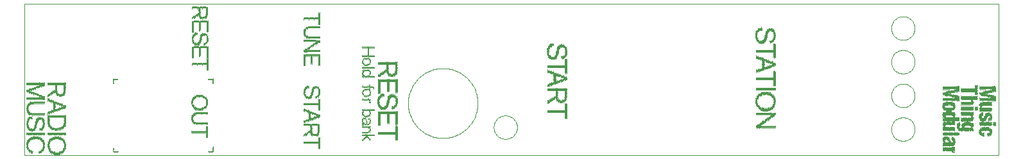
<source format=gto>
G75*
%MOIN*%
%OFA0B0*%
%FSLAX24Y24*%
%IPPOS*%
%LPD*%
%AMOC8*
5,1,8,0,0,1.08239X$1,22.5*
%
%ADD10C,0.0010*%
%ADD11C,0.0000*%
%ADD12R,0.0033X0.0133*%
%ADD13R,0.0033X0.0100*%
%ADD14R,0.0033X0.0033*%
%ADD15R,0.0033X0.0034*%
%ADD16R,0.0033X0.0133*%
%ADD17R,0.0033X0.0166*%
%ADD18R,0.0033X0.0433*%
%ADD19R,0.0033X0.0033*%
%ADD20R,0.0033X0.0100*%
%ADD21R,0.0033X0.0434*%
%ADD22R,0.0033X0.0166*%
%ADD23R,0.0033X0.0500*%
%ADD24R,0.0033X0.0566*%
%ADD25R,0.0033X0.0200*%
%ADD26R,0.0033X0.0234*%
%ADD27R,0.0033X0.0233*%
%ADD28R,0.0033X0.0234*%
%ADD29R,0.0033X0.0167*%
%ADD30R,0.0033X0.0200*%
%ADD31R,0.0033X0.0167*%
%ADD32R,0.0033X0.0134*%
%ADD33R,0.0033X0.0134*%
%ADD34R,0.0033X0.0067*%
%ADD35R,0.0033X0.0333*%
%ADD36R,0.0033X0.0433*%
%ADD37R,0.0033X0.0366*%
%ADD38R,0.0033X0.0034*%
%ADD39R,0.0033X0.0300*%
%ADD40R,0.0033X0.0267*%
%ADD41R,0.0033X0.0233*%
%ADD42R,0.0033X0.0567*%
%ADD43R,0.0033X0.0567*%
%ADD44R,0.0033X0.0633*%
%ADD45R,0.0033X0.0634*%
%ADD46R,0.0033X0.0566*%
%ADD47R,0.0033X0.0533*%
%ADD48R,0.0033X0.0633*%
%ADD49R,0.0033X0.0667*%
%ADD50R,0.0033X0.0300*%
%ADD51R,0.0033X0.0667*%
%ADD52R,0.0033X0.0500*%
%ADD53R,0.0033X0.0067*%
%ADD54R,0.0033X0.0066*%
%ADD55R,0.0033X0.0066*%
%ADD56R,0.0033X0.0600*%
%ADD57R,0.0033X0.0600*%
%ADD58R,0.0033X0.0367*%
%ADD59R,0.0033X0.0534*%
%ADD60R,0.0033X0.0367*%
%ADD61R,0.0033X0.0400*%
%ADD62R,0.0033X0.0366*%
%ADD63R,0.0033X0.0634*%
%ADD64R,0.0033X0.0266*%
%ADD65R,0.0033X0.0466*%
%ADD66R,0.0033X0.0533*%
%ADD67R,0.0033X0.0334*%
%ADD68R,0.0033X0.0767*%
%ADD69R,0.0033X0.0733*%
%ADD70R,0.0033X0.0734*%
%ADD71R,0.0033X0.0734*%
%ADD72R,0.0033X0.0733*%
%ADD73R,0.0033X0.0700*%
%ADD74R,0.0033X0.0766*%
%ADD75R,0.0033X0.0766*%
%ADD76R,0.0033X0.0700*%
%ADD77R,0.0033X0.0434*%
%ADD78R,0.0033X0.0767*%
%ADD79R,0.0033X0.0267*%
%ADD80R,0.0033X0.0467*%
%ADD81R,0.0033X0.0467*%
%ADD82R,0.0033X0.0400*%
%ADD83R,0.0033X0.0333*%
%ADD84R,0.0033X0.0266*%
%ADD85R,0.0033X0.0334*%
D10*
X000847Y001846D02*
X051437Y001846D01*
X051437Y009721D01*
X000847Y009721D01*
X000847Y001846D01*
D11*
X020768Y004543D02*
X020770Y004628D01*
X020776Y004713D01*
X020786Y004797D01*
X020800Y004881D01*
X020818Y004964D01*
X020839Y005046D01*
X020865Y005127D01*
X020894Y005207D01*
X020927Y005285D01*
X020963Y005361D01*
X021004Y005436D01*
X021047Y005509D01*
X021094Y005580D01*
X021144Y005648D01*
X021198Y005714D01*
X021254Y005778D01*
X021314Y005838D01*
X021376Y005896D01*
X021440Y005951D01*
X021508Y006003D01*
X021577Y006052D01*
X021649Y006097D01*
X021723Y006139D01*
X021799Y006177D01*
X021876Y006212D01*
X021955Y006243D01*
X022036Y006271D01*
X022117Y006294D01*
X022200Y006314D01*
X022283Y006330D01*
X022367Y006342D01*
X022452Y006350D01*
X022537Y006354D01*
X022621Y006354D01*
X022706Y006350D01*
X022791Y006342D01*
X022875Y006330D01*
X022958Y006314D01*
X023041Y006294D01*
X023122Y006271D01*
X023203Y006243D01*
X023282Y006212D01*
X023359Y006177D01*
X023435Y006139D01*
X023509Y006097D01*
X023581Y006052D01*
X023650Y006003D01*
X023718Y005951D01*
X023782Y005896D01*
X023844Y005838D01*
X023904Y005778D01*
X023960Y005714D01*
X024014Y005648D01*
X024064Y005580D01*
X024111Y005509D01*
X024154Y005436D01*
X024195Y005361D01*
X024231Y005285D01*
X024264Y005207D01*
X024293Y005127D01*
X024319Y005046D01*
X024340Y004964D01*
X024358Y004881D01*
X024372Y004797D01*
X024382Y004713D01*
X024388Y004628D01*
X024390Y004543D01*
X024388Y004458D01*
X024382Y004373D01*
X024372Y004289D01*
X024358Y004205D01*
X024340Y004122D01*
X024319Y004040D01*
X024293Y003959D01*
X024264Y003879D01*
X024231Y003801D01*
X024195Y003725D01*
X024154Y003650D01*
X024111Y003577D01*
X024064Y003506D01*
X024014Y003438D01*
X023960Y003372D01*
X023904Y003308D01*
X023844Y003248D01*
X023782Y003190D01*
X023718Y003135D01*
X023650Y003083D01*
X023581Y003034D01*
X023509Y002989D01*
X023435Y002947D01*
X023359Y002909D01*
X023282Y002874D01*
X023203Y002843D01*
X023122Y002815D01*
X023041Y002792D01*
X022958Y002772D01*
X022875Y002756D01*
X022791Y002744D01*
X022706Y002736D01*
X022621Y002732D01*
X022537Y002732D01*
X022452Y002736D01*
X022367Y002744D01*
X022283Y002756D01*
X022200Y002772D01*
X022117Y002792D01*
X022036Y002815D01*
X021955Y002843D01*
X021876Y002874D01*
X021799Y002909D01*
X021723Y002947D01*
X021649Y002989D01*
X021577Y003034D01*
X021508Y003083D01*
X021440Y003135D01*
X021376Y003190D01*
X021314Y003248D01*
X021254Y003308D01*
X021198Y003372D01*
X021144Y003438D01*
X021094Y003506D01*
X021047Y003577D01*
X021004Y003650D01*
X020963Y003725D01*
X020927Y003801D01*
X020894Y003879D01*
X020865Y003959D01*
X020839Y004040D01*
X020818Y004122D01*
X020800Y004205D01*
X020786Y004289D01*
X020776Y004373D01*
X020770Y004458D01*
X020768Y004543D01*
X025219Y003293D02*
X025221Y003342D01*
X025227Y003391D01*
X025237Y003439D01*
X025250Y003486D01*
X025268Y003532D01*
X025289Y003576D01*
X025313Y003619D01*
X025341Y003659D01*
X025372Y003698D01*
X025406Y003733D01*
X025443Y003766D01*
X025482Y003795D01*
X025524Y003821D01*
X025567Y003844D01*
X025613Y003863D01*
X025659Y003879D01*
X025707Y003891D01*
X025755Y003899D01*
X025804Y003903D01*
X025854Y003903D01*
X025903Y003899D01*
X025951Y003891D01*
X025999Y003879D01*
X026045Y003863D01*
X026091Y003844D01*
X026134Y003821D01*
X026176Y003795D01*
X026215Y003766D01*
X026252Y003733D01*
X026286Y003698D01*
X026317Y003659D01*
X026345Y003619D01*
X026369Y003576D01*
X026390Y003532D01*
X026408Y003486D01*
X026421Y003439D01*
X026431Y003391D01*
X026437Y003342D01*
X026439Y003293D01*
X026437Y003244D01*
X026431Y003195D01*
X026421Y003147D01*
X026408Y003100D01*
X026390Y003054D01*
X026369Y003010D01*
X026345Y002967D01*
X026317Y002927D01*
X026286Y002888D01*
X026252Y002853D01*
X026215Y002820D01*
X026176Y002791D01*
X026134Y002765D01*
X026091Y002742D01*
X026045Y002723D01*
X025999Y002707D01*
X025951Y002695D01*
X025903Y002687D01*
X025854Y002683D01*
X025804Y002683D01*
X025755Y002687D01*
X025707Y002695D01*
X025659Y002707D01*
X025613Y002723D01*
X025567Y002742D01*
X025524Y002765D01*
X025482Y002791D01*
X025443Y002820D01*
X025406Y002853D01*
X025372Y002888D01*
X025341Y002927D01*
X025313Y002967D01*
X025289Y003010D01*
X025268Y003054D01*
X025250Y003100D01*
X025237Y003147D01*
X025227Y003195D01*
X025221Y003244D01*
X025219Y003293D01*
X045869Y003193D02*
X045871Y003242D01*
X045877Y003291D01*
X045887Y003339D01*
X045900Y003386D01*
X045918Y003432D01*
X045939Y003476D01*
X045963Y003519D01*
X045991Y003559D01*
X046022Y003598D01*
X046056Y003633D01*
X046093Y003666D01*
X046132Y003695D01*
X046174Y003721D01*
X046217Y003744D01*
X046263Y003763D01*
X046309Y003779D01*
X046357Y003791D01*
X046405Y003799D01*
X046454Y003803D01*
X046504Y003803D01*
X046553Y003799D01*
X046601Y003791D01*
X046649Y003779D01*
X046695Y003763D01*
X046741Y003744D01*
X046784Y003721D01*
X046826Y003695D01*
X046865Y003666D01*
X046902Y003633D01*
X046936Y003598D01*
X046967Y003559D01*
X046995Y003519D01*
X047019Y003476D01*
X047040Y003432D01*
X047058Y003386D01*
X047071Y003339D01*
X047081Y003291D01*
X047087Y003242D01*
X047089Y003193D01*
X047087Y003144D01*
X047081Y003095D01*
X047071Y003047D01*
X047058Y003000D01*
X047040Y002954D01*
X047019Y002910D01*
X046995Y002867D01*
X046967Y002827D01*
X046936Y002788D01*
X046902Y002753D01*
X046865Y002720D01*
X046826Y002691D01*
X046784Y002665D01*
X046741Y002642D01*
X046695Y002623D01*
X046649Y002607D01*
X046601Y002595D01*
X046553Y002587D01*
X046504Y002583D01*
X046454Y002583D01*
X046405Y002587D01*
X046357Y002595D01*
X046309Y002607D01*
X046263Y002623D01*
X046217Y002642D01*
X046174Y002665D01*
X046132Y002691D01*
X046093Y002720D01*
X046056Y002753D01*
X046022Y002788D01*
X045991Y002827D01*
X045963Y002867D01*
X045939Y002910D01*
X045918Y002954D01*
X045900Y003000D01*
X045887Y003047D01*
X045877Y003095D01*
X045871Y003144D01*
X045869Y003193D01*
X045869Y004943D02*
X045871Y004992D01*
X045877Y005041D01*
X045887Y005089D01*
X045900Y005136D01*
X045918Y005182D01*
X045939Y005226D01*
X045963Y005269D01*
X045991Y005309D01*
X046022Y005348D01*
X046056Y005383D01*
X046093Y005416D01*
X046132Y005445D01*
X046174Y005471D01*
X046217Y005494D01*
X046263Y005513D01*
X046309Y005529D01*
X046357Y005541D01*
X046405Y005549D01*
X046454Y005553D01*
X046504Y005553D01*
X046553Y005549D01*
X046601Y005541D01*
X046649Y005529D01*
X046695Y005513D01*
X046741Y005494D01*
X046784Y005471D01*
X046826Y005445D01*
X046865Y005416D01*
X046902Y005383D01*
X046936Y005348D01*
X046967Y005309D01*
X046995Y005269D01*
X047019Y005226D01*
X047040Y005182D01*
X047058Y005136D01*
X047071Y005089D01*
X047081Y005041D01*
X047087Y004992D01*
X047089Y004943D01*
X047087Y004894D01*
X047081Y004845D01*
X047071Y004797D01*
X047058Y004750D01*
X047040Y004704D01*
X047019Y004660D01*
X046995Y004617D01*
X046967Y004577D01*
X046936Y004538D01*
X046902Y004503D01*
X046865Y004470D01*
X046826Y004441D01*
X046784Y004415D01*
X046741Y004392D01*
X046695Y004373D01*
X046649Y004357D01*
X046601Y004345D01*
X046553Y004337D01*
X046504Y004333D01*
X046454Y004333D01*
X046405Y004337D01*
X046357Y004345D01*
X046309Y004357D01*
X046263Y004373D01*
X046217Y004392D01*
X046174Y004415D01*
X046132Y004441D01*
X046093Y004470D01*
X046056Y004503D01*
X046022Y004538D01*
X045991Y004577D01*
X045963Y004617D01*
X045939Y004660D01*
X045918Y004704D01*
X045900Y004750D01*
X045887Y004797D01*
X045877Y004845D01*
X045871Y004894D01*
X045869Y004943D01*
X045869Y006693D02*
X045871Y006742D01*
X045877Y006791D01*
X045887Y006839D01*
X045900Y006886D01*
X045918Y006932D01*
X045939Y006976D01*
X045963Y007019D01*
X045991Y007059D01*
X046022Y007098D01*
X046056Y007133D01*
X046093Y007166D01*
X046132Y007195D01*
X046174Y007221D01*
X046217Y007244D01*
X046263Y007263D01*
X046309Y007279D01*
X046357Y007291D01*
X046405Y007299D01*
X046454Y007303D01*
X046504Y007303D01*
X046553Y007299D01*
X046601Y007291D01*
X046649Y007279D01*
X046695Y007263D01*
X046741Y007244D01*
X046784Y007221D01*
X046826Y007195D01*
X046865Y007166D01*
X046902Y007133D01*
X046936Y007098D01*
X046967Y007059D01*
X046995Y007019D01*
X047019Y006976D01*
X047040Y006932D01*
X047058Y006886D01*
X047071Y006839D01*
X047081Y006791D01*
X047087Y006742D01*
X047089Y006693D01*
X047087Y006644D01*
X047081Y006595D01*
X047071Y006547D01*
X047058Y006500D01*
X047040Y006454D01*
X047019Y006410D01*
X046995Y006367D01*
X046967Y006327D01*
X046936Y006288D01*
X046902Y006253D01*
X046865Y006220D01*
X046826Y006191D01*
X046784Y006165D01*
X046741Y006142D01*
X046695Y006123D01*
X046649Y006107D01*
X046601Y006095D01*
X046553Y006087D01*
X046504Y006083D01*
X046454Y006083D01*
X046405Y006087D01*
X046357Y006095D01*
X046309Y006107D01*
X046263Y006123D01*
X046217Y006142D01*
X046174Y006165D01*
X046132Y006191D01*
X046093Y006220D01*
X046056Y006253D01*
X046022Y006288D01*
X045991Y006327D01*
X045963Y006367D01*
X045939Y006410D01*
X045918Y006454D01*
X045900Y006500D01*
X045887Y006547D01*
X045877Y006595D01*
X045871Y006644D01*
X045869Y006693D01*
X045869Y008443D02*
X045871Y008492D01*
X045877Y008541D01*
X045887Y008589D01*
X045900Y008636D01*
X045918Y008682D01*
X045939Y008726D01*
X045963Y008769D01*
X045991Y008809D01*
X046022Y008848D01*
X046056Y008883D01*
X046093Y008916D01*
X046132Y008945D01*
X046174Y008971D01*
X046217Y008994D01*
X046263Y009013D01*
X046309Y009029D01*
X046357Y009041D01*
X046405Y009049D01*
X046454Y009053D01*
X046504Y009053D01*
X046553Y009049D01*
X046601Y009041D01*
X046649Y009029D01*
X046695Y009013D01*
X046741Y008994D01*
X046784Y008971D01*
X046826Y008945D01*
X046865Y008916D01*
X046902Y008883D01*
X046936Y008848D01*
X046967Y008809D01*
X046995Y008769D01*
X047019Y008726D01*
X047040Y008682D01*
X047058Y008636D01*
X047071Y008589D01*
X047081Y008541D01*
X047087Y008492D01*
X047089Y008443D01*
X047087Y008394D01*
X047081Y008345D01*
X047071Y008297D01*
X047058Y008250D01*
X047040Y008204D01*
X047019Y008160D01*
X046995Y008117D01*
X046967Y008077D01*
X046936Y008038D01*
X046902Y008003D01*
X046865Y007970D01*
X046826Y007941D01*
X046784Y007915D01*
X046741Y007892D01*
X046695Y007873D01*
X046649Y007857D01*
X046601Y007845D01*
X046553Y007837D01*
X046504Y007833D01*
X046454Y007833D01*
X046405Y007837D01*
X046357Y007845D01*
X046309Y007857D01*
X046263Y007873D01*
X046217Y007892D01*
X046174Y007915D01*
X046132Y007941D01*
X046093Y007970D01*
X046056Y008003D01*
X046022Y008038D01*
X045991Y008077D01*
X045963Y008117D01*
X045939Y008160D01*
X045918Y008204D01*
X045900Y008250D01*
X045887Y008297D01*
X045877Y008345D01*
X045871Y008394D01*
X045869Y008443D01*
D12*
X039674Y007749D03*
X039674Y007249D03*
X039708Y007249D03*
X039608Y007249D03*
X039574Y007249D03*
X039508Y007249D03*
X039474Y007249D03*
X039408Y007249D03*
X039374Y007249D03*
X039308Y007249D03*
X039274Y007249D03*
X039208Y007249D03*
X039174Y007249D03*
X039108Y007249D03*
X039074Y007249D03*
X039008Y007249D03*
X038974Y007249D03*
X038908Y007249D03*
X038874Y007249D03*
X039008Y006882D03*
X039374Y006749D03*
X039608Y006649D03*
X039608Y006449D03*
X039408Y006382D03*
X039108Y006282D03*
X039074Y006249D03*
X039874Y006549D03*
X039874Y005282D03*
X039808Y005282D03*
X039774Y005282D03*
X039708Y005282D03*
X039674Y005282D03*
X039608Y005282D03*
X039574Y005282D03*
X039508Y005282D03*
X039474Y005282D03*
X039408Y005282D03*
X039374Y005282D03*
X039308Y005282D03*
X039274Y005282D03*
X039208Y005282D03*
X039174Y005282D03*
X039108Y005282D03*
X039074Y005282D03*
X039008Y005282D03*
X038974Y005282D03*
X038908Y005282D03*
X038874Y005282D03*
X039074Y004982D03*
X039274Y005049D03*
X039374Y005049D03*
X039474Y005049D03*
X039674Y004282D03*
X039608Y004249D03*
X039374Y004182D03*
X039308Y004182D03*
X039308Y003982D03*
X039374Y003982D03*
X039508Y003982D03*
X039574Y003982D03*
X039174Y003982D03*
X039108Y003982D03*
X038974Y003982D03*
X038908Y003982D03*
X039274Y003549D03*
X039308Y003282D03*
X039374Y003282D03*
X039508Y003282D03*
X039574Y003282D03*
X039708Y003282D03*
X039774Y003282D03*
X039174Y003282D03*
X048607Y005026D03*
X048940Y004959D03*
X049040Y004926D03*
X049107Y004726D03*
X050540Y005026D03*
X050807Y004959D03*
X050907Y004926D03*
X050940Y004926D03*
X050807Y005126D03*
X049140Y005159D03*
X049107Y005159D03*
X048940Y005126D03*
X050140Y003759D03*
X050140Y003159D03*
X050607Y002926D03*
X050940Y002926D03*
X028919Y005246D03*
X028885Y005246D03*
X028819Y005246D03*
X028785Y005246D03*
X028719Y005246D03*
X028685Y005246D03*
X028619Y005246D03*
X028585Y005246D03*
X028419Y005246D03*
X028385Y005246D03*
X028319Y005246D03*
X028285Y005246D03*
X028219Y005246D03*
X028185Y005246D03*
X028119Y005246D03*
X028085Y005246D03*
X028285Y005546D03*
X028319Y005546D03*
X028619Y005646D03*
X028685Y005679D03*
X028619Y005979D03*
X028219Y006146D03*
X028185Y006146D03*
X028119Y006179D03*
X028119Y006446D03*
X028085Y006446D03*
X028185Y006446D03*
X028219Y006446D03*
X028285Y006446D03*
X028319Y006446D03*
X028385Y006446D03*
X028419Y006446D03*
X028485Y006446D03*
X028519Y006446D03*
X028585Y006446D03*
X028619Y006446D03*
X028685Y006446D03*
X028719Y006446D03*
X028785Y006446D03*
X028819Y006446D03*
X028885Y006446D03*
X028919Y006446D03*
X028919Y006946D03*
X028285Y006879D03*
X019986Y005979D03*
X019953Y005979D03*
X019453Y006079D03*
X019286Y005979D03*
X016019Y005346D03*
X016019Y004846D03*
X015619Y004813D03*
X015519Y004846D03*
X018486Y005179D03*
X019553Y004946D03*
X019453Y004279D03*
X019453Y004046D03*
X019486Y004046D03*
X019553Y004046D03*
X019586Y004046D03*
X019653Y004046D03*
X019686Y004046D03*
X019853Y004046D03*
X019886Y004046D03*
X019953Y004046D03*
X019986Y004046D03*
X020053Y004046D03*
X020086Y004046D03*
X019386Y004046D03*
X018786Y004146D03*
X016019Y003946D03*
X015819Y004013D03*
X015886Y003746D03*
X015819Y003713D03*
X015619Y003646D03*
X018486Y003479D03*
X018753Y003279D03*
X019253Y002979D03*
X019286Y002979D03*
X019353Y002979D03*
X019386Y002979D03*
X019453Y002979D03*
X019486Y002979D03*
X019553Y002979D03*
X019586Y002979D03*
X019653Y002979D03*
X019686Y002979D03*
X019753Y002979D03*
X019786Y002979D03*
X019853Y002979D03*
X019886Y002979D03*
X019953Y002979D03*
X019986Y002979D03*
X020053Y002979D03*
X020086Y002979D03*
X015519Y002913D03*
X010353Y003479D03*
X009820Y003479D03*
X009853Y003012D03*
X009920Y003012D03*
X010053Y003012D03*
X010120Y003012D03*
X010253Y003012D03*
X009720Y003012D03*
X009653Y003012D03*
X009753Y003979D03*
X010353Y004012D03*
X010053Y004212D03*
X010020Y004212D03*
X009953Y004212D03*
X009920Y004212D03*
X009853Y004212D03*
X009720Y004279D03*
X010253Y004312D03*
X010253Y004812D03*
X010153Y004879D03*
X010053Y004912D03*
X009953Y004912D03*
X009920Y004912D03*
X002862Y005560D03*
X002829Y005560D03*
X002762Y005560D03*
X002729Y005560D03*
X002662Y005560D03*
X002629Y005560D03*
X002562Y005560D03*
X002429Y005560D03*
X002362Y005560D03*
X002329Y005560D03*
X002262Y005560D03*
X002229Y005560D03*
X002162Y005560D03*
X002129Y005560D03*
X002062Y005560D03*
X001662Y005560D03*
X001562Y005560D03*
X001529Y005560D03*
X001462Y005560D03*
X001429Y005560D03*
X001362Y005560D03*
X001329Y005560D03*
X001262Y005560D03*
X001229Y005560D03*
X001162Y005560D03*
X001129Y005560D03*
X001062Y005560D03*
X001029Y005560D03*
X000962Y005560D03*
X001329Y005293D03*
X001229Y005260D03*
X001229Y005093D03*
X002162Y004993D03*
X002429Y005160D03*
X002829Y004993D03*
X002762Y004960D03*
X002729Y004960D03*
X002662Y004960D03*
X001862Y004560D03*
X001729Y004560D03*
X001662Y004560D03*
X001529Y004560D03*
X001462Y004560D03*
X001329Y004560D03*
X001262Y004560D03*
X001229Y004560D03*
X001262Y004793D03*
X001329Y004793D03*
X001462Y004793D03*
X001529Y004793D03*
X001129Y004793D03*
X001062Y004793D03*
X002662Y004493D03*
X002762Y004460D03*
X002829Y004293D03*
X002729Y004260D03*
X002562Y004193D03*
X002529Y004193D03*
X002229Y004093D03*
X002162Y004060D03*
X001862Y003960D03*
X001729Y003960D03*
X001662Y003960D03*
X001529Y003960D03*
X001462Y003960D03*
X001329Y003960D03*
X001262Y003960D03*
X001229Y003793D03*
X001629Y003760D03*
X001662Y003760D03*
X002262Y003860D03*
X002329Y003860D03*
X002462Y003860D03*
X002529Y003860D03*
X002662Y003860D03*
X002729Y003860D03*
X002862Y003860D03*
X002629Y003193D03*
X002562Y003193D03*
X002529Y003193D03*
X002462Y003193D03*
X002429Y003193D03*
X001729Y003193D03*
X001262Y003160D03*
X001162Y003160D03*
X001162Y002960D03*
X001129Y002960D03*
X001062Y002960D03*
X001029Y002960D03*
X000962Y002960D03*
X001229Y002960D03*
X001329Y002960D03*
X001362Y002960D03*
X001429Y002960D03*
X001462Y002960D03*
X001562Y002960D03*
X001629Y002960D03*
X001662Y002960D03*
X001729Y002960D03*
X001762Y002960D03*
X001829Y002960D03*
X001862Y002960D03*
X002129Y002960D03*
X002162Y002960D03*
X002229Y002960D03*
X002262Y002960D03*
X002362Y002960D03*
X002429Y002960D03*
X002462Y002960D03*
X002529Y002960D03*
X002562Y002960D03*
X002629Y002960D03*
X002662Y002960D03*
X002729Y002960D03*
X002762Y002960D03*
X002829Y002960D03*
X002929Y002960D03*
X002962Y002960D03*
X002562Y002760D03*
X002529Y002760D03*
X002462Y002760D03*
X002762Y002693D03*
X002829Y002660D03*
X001529Y002760D03*
X001462Y002760D03*
X001429Y002760D03*
X001329Y002760D03*
X001262Y001993D03*
X001629Y001993D03*
X002362Y001960D03*
X009586Y006546D03*
X009853Y006546D03*
X015419Y007246D03*
X015486Y007013D03*
X015619Y007013D03*
X015686Y007013D03*
X015886Y007013D03*
X016019Y007013D03*
X016086Y007013D03*
X015686Y007413D03*
X015819Y007513D03*
X016186Y007746D03*
X016219Y007746D03*
X015586Y008446D03*
X015386Y008913D03*
X015919Y008913D03*
X010053Y008979D03*
X009753Y009046D03*
X009853Y009479D03*
X009586Y009479D03*
X018453Y006746D03*
X028319Y004746D03*
X039074Y008382D03*
X039108Y008382D03*
X039174Y008382D03*
X039608Y008349D03*
D13*
X039874Y008033D03*
X039574Y006666D03*
X039674Y006633D03*
X039008Y006233D03*
X038908Y006199D03*
X039208Y005033D03*
X039874Y004633D03*
X039874Y003966D03*
X039608Y003966D03*
X039474Y003966D03*
X039408Y003966D03*
X039274Y003966D03*
X039208Y003966D03*
X039074Y003966D03*
X039008Y003966D03*
X038874Y003966D03*
X039474Y003699D03*
X039474Y003299D03*
X039408Y003299D03*
X039274Y003299D03*
X039208Y003299D03*
X038874Y003299D03*
X039608Y003299D03*
X039674Y003299D03*
X039808Y003299D03*
X039874Y003299D03*
X049140Y004909D03*
X049207Y005175D03*
X051007Y004909D03*
X050440Y003809D03*
X051007Y003709D03*
X049540Y003375D03*
X049940Y003175D03*
X028719Y005695D03*
X028585Y005629D03*
X028185Y005495D03*
X028719Y005962D03*
X028319Y006095D03*
X028785Y006895D03*
X028019Y007195D03*
X028319Y007562D03*
X020053Y005995D03*
X019853Y005995D03*
X018953Y005895D03*
X018886Y005895D03*
X018786Y005929D03*
X018686Y005895D03*
X018553Y005895D03*
X018853Y006062D03*
X018786Y006195D03*
X018753Y006229D03*
X018686Y006229D03*
X018553Y006229D03*
X018553Y006362D03*
X018486Y006362D03*
X018686Y006362D03*
X018753Y006362D03*
X018886Y006362D03*
X018953Y006362D03*
X018686Y006495D03*
X018486Y006562D03*
X018453Y006595D03*
X018853Y006662D03*
X018786Y006795D03*
X018753Y006829D03*
X018686Y006829D03*
X018686Y006962D03*
X018553Y006962D03*
X018486Y006962D03*
X018553Y006829D03*
X018486Y006795D03*
X018886Y006962D03*
X018953Y006962D03*
X018953Y007429D03*
X018886Y007429D03*
X018686Y007429D03*
X018553Y007429D03*
X018486Y007429D03*
X016219Y007229D03*
X016186Y007229D03*
X016119Y007229D03*
X016086Y007229D03*
X016019Y007229D03*
X015986Y007229D03*
X015919Y007229D03*
X015886Y007229D03*
X015819Y007229D03*
X015786Y007229D03*
X015719Y007229D03*
X015686Y007229D03*
X015619Y007229D03*
X015586Y007229D03*
X015586Y007362D03*
X015719Y007429D03*
X015786Y007496D03*
X015919Y007562D03*
X015986Y007629D03*
X015986Y007762D03*
X015919Y007762D03*
X015886Y007762D03*
X015819Y007762D03*
X015786Y007762D03*
X015719Y007762D03*
X015686Y007762D03*
X015619Y007762D03*
X015586Y007762D03*
X015519Y007762D03*
X015486Y007762D03*
X015419Y007762D03*
X015386Y007762D03*
X015586Y007962D03*
X015619Y007929D03*
X015686Y007929D03*
X015719Y007929D03*
X015786Y007929D03*
X015819Y007929D03*
X015886Y007929D03*
X015919Y007929D03*
X015986Y007929D03*
X016019Y007929D03*
X016086Y007929D03*
X016119Y007929D03*
X016186Y007929D03*
X016219Y007929D03*
X015519Y008429D03*
X015619Y008462D03*
X015686Y008462D03*
X015719Y008462D03*
X015786Y008462D03*
X015819Y008462D03*
X015886Y008462D03*
X015919Y008462D03*
X015986Y008462D03*
X016019Y008462D03*
X016086Y008462D03*
X016119Y008462D03*
X016186Y008462D03*
X016219Y008462D03*
X016119Y008929D03*
X016086Y008929D03*
X016019Y008929D03*
X015986Y008929D03*
X015886Y008929D03*
X015819Y008929D03*
X015786Y008929D03*
X015719Y008929D03*
X015686Y008929D03*
X015619Y008929D03*
X015586Y008929D03*
X015519Y008929D03*
X015486Y008929D03*
X015419Y008929D03*
X010286Y008762D03*
X010253Y008762D03*
X010186Y008762D03*
X010153Y008762D03*
X010086Y008762D03*
X010053Y008762D03*
X009886Y008762D03*
X009853Y008762D03*
X009786Y008762D03*
X009753Y008762D03*
X009686Y008762D03*
X009586Y008929D03*
X009653Y008995D03*
X009786Y009062D03*
X010086Y008962D03*
X010153Y008962D03*
X010186Y008962D03*
X010253Y008995D03*
X010253Y009495D03*
X010286Y009495D03*
X010186Y009495D03*
X010153Y009495D03*
X010086Y009495D03*
X010053Y009495D03*
X009886Y009495D03*
X009786Y009495D03*
X009753Y009495D03*
X009686Y009495D03*
X009653Y009495D03*
X009786Y008129D03*
X009853Y008129D03*
X010286Y008095D03*
X009586Y007862D03*
X010286Y007629D03*
X009853Y007595D03*
X009786Y007595D03*
X009786Y007429D03*
X009753Y007429D03*
X009686Y007429D03*
X009853Y007429D03*
X009886Y007429D03*
X010053Y007429D03*
X010086Y007429D03*
X010153Y007429D03*
X010186Y007429D03*
X010253Y007429D03*
X010286Y007429D03*
X010286Y006562D03*
X010253Y006562D03*
X010186Y006562D03*
X010153Y006562D03*
X010086Y006562D03*
X010053Y006562D03*
X009986Y006562D03*
X009953Y006562D03*
X009886Y006562D03*
X009786Y006562D03*
X009753Y006562D03*
X009686Y006562D03*
X009653Y006562D03*
X015386Y007229D03*
X015519Y007029D03*
X015586Y007029D03*
X015719Y007029D03*
X015919Y007029D03*
X015986Y007029D03*
X016119Y007029D03*
X019653Y006195D03*
X018786Y005395D03*
X018986Y005329D03*
X018786Y005195D03*
X018753Y005229D03*
X018686Y005229D03*
X018553Y005229D03*
X018453Y005129D03*
X018453Y004995D03*
X018486Y004962D03*
X018553Y004895D03*
X018686Y004895D03*
X018753Y004895D03*
X018786Y004929D03*
X018853Y005062D03*
X018753Y004695D03*
X018453Y004729D03*
X018553Y004162D03*
X018686Y004162D03*
X018753Y004162D03*
X018886Y004162D03*
X018953Y004162D03*
X018853Y003995D03*
X018786Y003895D03*
X018686Y003829D03*
X018586Y003729D03*
X018486Y003729D03*
X018486Y003895D03*
X018853Y003595D03*
X018786Y003462D03*
X018686Y003295D03*
X018786Y003262D03*
X018853Y003129D03*
X018753Y003029D03*
X018586Y002862D03*
X018686Y002762D03*
X018753Y002695D03*
X018586Y002729D03*
X018553Y002695D03*
X018486Y002629D03*
X016119Y002462D03*
X016086Y002462D03*
X016019Y002462D03*
X015986Y002462D03*
X015919Y002462D03*
X015886Y002462D03*
X015819Y002462D03*
X015786Y002462D03*
X015719Y002462D03*
X015686Y002462D03*
X015619Y002462D03*
X015586Y002462D03*
X015519Y002462D03*
X015486Y002462D03*
X015419Y002462D03*
X015386Y002462D03*
X015386Y002829D03*
X015419Y002862D03*
X015586Y002962D03*
X015619Y002996D03*
X015886Y002862D03*
X015919Y002862D03*
X015986Y002862D03*
X016019Y002862D03*
X016019Y003396D03*
X015986Y003396D03*
X015919Y003396D03*
X015886Y003396D03*
X015819Y003396D03*
X015686Y003396D03*
X015619Y003396D03*
X015586Y003396D03*
X015519Y003396D03*
X015486Y003396D03*
X015419Y003396D03*
X015386Y003396D03*
X015386Y003562D03*
X015486Y003596D03*
X015519Y003629D03*
X015586Y003629D03*
X015786Y003696D03*
X015919Y003762D03*
X015986Y003762D03*
X016219Y003862D03*
X015986Y003962D03*
X015919Y003962D03*
X015886Y003996D03*
X015786Y004029D03*
X015586Y004096D03*
X015519Y004129D03*
X015486Y004129D03*
X015486Y004462D03*
X015519Y004462D03*
X015586Y004462D03*
X015619Y004462D03*
X015686Y004462D03*
X015719Y004462D03*
X015786Y004462D03*
X015819Y004462D03*
X015886Y004462D03*
X015919Y004462D03*
X015986Y004462D03*
X016019Y004462D03*
X016086Y004462D03*
X016119Y004462D03*
X015419Y004462D03*
X015386Y004462D03*
X015586Y004829D03*
X016086Y004862D03*
X016119Y004896D03*
X016119Y005296D03*
X016086Y005329D03*
X015986Y005362D03*
X015586Y005362D03*
X018453Y005395D03*
X010220Y004829D03*
X010020Y004896D03*
X009820Y004896D03*
X009820Y004229D03*
X010220Y004296D03*
X010220Y003996D03*
X010253Y003996D03*
X010320Y003996D03*
X010153Y003996D03*
X010120Y003996D03*
X010053Y003996D03*
X010020Y003996D03*
X009953Y003996D03*
X009920Y003996D03*
X009853Y003996D03*
X009753Y003496D03*
X009853Y003463D03*
X009920Y003463D03*
X009953Y003463D03*
X010020Y003463D03*
X010053Y003463D03*
X010120Y003463D03*
X010153Y003463D03*
X010220Y003463D03*
X010253Y003463D03*
X010320Y003463D03*
X010220Y003029D03*
X010153Y003029D03*
X010020Y003029D03*
X009953Y003029D03*
X009820Y003029D03*
X009753Y003029D03*
X009620Y003029D03*
X009553Y003029D03*
X016086Y003396D03*
X018486Y003295D03*
X018553Y003295D03*
X002862Y002943D03*
X002329Y002943D03*
X002062Y002943D03*
X001529Y002943D03*
X001262Y002943D03*
X001629Y002709D03*
X002229Y002643D03*
X000962Y002376D03*
X001162Y002043D03*
X002762Y001976D03*
X002662Y003209D03*
X002762Y003243D03*
X000962Y003443D03*
X001162Y003776D03*
X001729Y003743D03*
X002162Y003843D03*
X002229Y003843D03*
X002362Y003843D03*
X002429Y003843D03*
X002562Y003843D03*
X002629Y003843D03*
X002762Y003843D03*
X002829Y003843D03*
X001829Y003976D03*
X001762Y003976D03*
X001629Y003976D03*
X001562Y003976D03*
X001429Y003976D03*
X001362Y003976D03*
X001229Y003976D03*
X001162Y003976D03*
X000962Y004243D03*
X001362Y004576D03*
X001429Y004576D03*
X001562Y004576D03*
X001629Y004576D03*
X001762Y004576D03*
X001829Y004576D03*
X002229Y004643D03*
X002529Y004543D03*
X002629Y004509D03*
X002729Y004476D03*
X002829Y004443D03*
X001629Y004776D03*
X001562Y004776D03*
X001429Y004776D03*
X001362Y004776D03*
X001229Y004776D03*
X001162Y004776D03*
X001029Y004776D03*
X000962Y004776D03*
X001362Y005043D03*
X001429Y005009D03*
X001462Y005009D03*
X001562Y004976D03*
X001262Y005076D03*
X001162Y005109D03*
X001162Y005243D03*
X001262Y005276D03*
X001362Y005309D03*
X001462Y005343D03*
X001562Y005376D03*
X001662Y005409D03*
X000962Y005176D03*
X002229Y005043D03*
X002362Y005109D03*
X002629Y004976D03*
D14*
X002562Y005143D03*
X002462Y004443D03*
X002462Y004310D03*
X001062Y004310D03*
X001062Y004243D03*
X000962Y004343D03*
X000962Y004143D03*
X001262Y003843D03*
X002162Y003743D03*
X002162Y003610D03*
X002162Y003543D03*
X001529Y003510D03*
X000962Y003543D03*
X000962Y003343D03*
X001362Y003343D03*
X001629Y003210D03*
X001629Y003143D03*
X002062Y002510D03*
X002162Y002410D03*
X001062Y002443D03*
X000962Y002210D03*
X005753Y001996D03*
X009553Y003862D03*
X009620Y004529D03*
X015386Y005196D03*
X015786Y005196D03*
X015986Y004863D03*
X015986Y004796D03*
X016219Y004963D03*
X018786Y005296D03*
X018786Y005496D03*
X018786Y006029D03*
X019786Y006229D03*
X019786Y006296D03*
X019786Y006429D03*
X019786Y006496D03*
X020253Y006496D03*
X020253Y006629D03*
X020253Y006229D03*
X018853Y004696D03*
X018786Y004629D03*
X019686Y004596D03*
X020153Y004596D03*
X020253Y004496D03*
X019953Y004329D03*
X018786Y003696D03*
X018686Y003529D03*
X018853Y003496D03*
X018853Y003296D03*
X018786Y003096D03*
X018786Y003029D03*
X018853Y002629D03*
X016186Y002996D03*
X015819Y003096D03*
X015819Y003163D03*
X015719Y003196D03*
X015719Y003263D03*
X015819Y003296D03*
X028585Y004796D03*
X028585Y004929D03*
X028919Y004796D03*
X028485Y005829D03*
X028485Y005896D03*
X028019Y007029D03*
X028019Y007096D03*
X028119Y007129D03*
X028119Y007196D03*
X028019Y007296D03*
X028485Y007229D03*
X028519Y007329D03*
X028619Y007096D03*
X038874Y007799D03*
X038974Y007899D03*
X039308Y008032D03*
X039474Y008132D03*
X039774Y008099D03*
X039774Y008032D03*
X039874Y007932D03*
X039874Y008132D03*
X039574Y007699D03*
X039174Y006699D03*
X039174Y006632D03*
X039174Y006499D03*
X039174Y006432D03*
X039308Y006499D03*
X039308Y006632D03*
X039874Y004732D03*
X039774Y004632D03*
X039874Y004532D03*
X048540Y004409D03*
X049207Y004409D03*
X049507Y004509D03*
X049507Y004576D03*
X049507Y004776D03*
X049507Y004909D03*
X049507Y005176D03*
X049507Y005309D03*
X051107Y004576D03*
X051107Y004509D03*
X051107Y004176D03*
X051107Y003976D03*
X051007Y003809D03*
X050440Y003909D03*
X049507Y003909D03*
X049507Y003976D03*
X049507Y004176D03*
X049507Y004309D03*
X049507Y003776D03*
X049507Y003709D03*
X051107Y003509D03*
X050440Y003109D03*
X050440Y002976D03*
X050707Y002976D03*
X050707Y002909D03*
X049207Y002609D03*
X049207Y002476D03*
X048940Y002609D03*
X049007Y002676D03*
X048907Y002709D03*
X048540Y002676D03*
X015386Y008063D03*
X010386Y009096D03*
X010286Y009129D03*
X010186Y007629D03*
D15*
X010186Y007562D03*
X009586Y007762D03*
X010086Y007862D03*
X009586Y007962D03*
X015386Y008329D03*
X018853Y006762D03*
X018786Y006562D03*
X019786Y006362D03*
X020253Y006362D03*
X018853Y006162D03*
X018853Y004962D03*
X019753Y004862D03*
X020253Y004762D03*
X020153Y004662D03*
X018853Y004562D03*
X018786Y004562D03*
X019953Y004262D03*
X015819Y003229D03*
X015819Y003029D03*
X028585Y005062D03*
X028485Y005762D03*
X028119Y007262D03*
X028019Y007362D03*
X039174Y006566D03*
X039308Y006566D03*
X039574Y007766D03*
X049507Y005242D03*
X049507Y004842D03*
X049507Y004442D03*
X049207Y004342D03*
X049507Y004242D03*
X049507Y004042D03*
X049207Y003942D03*
X048540Y003942D03*
X049507Y003642D03*
X049407Y003342D03*
X050440Y003042D03*
X050707Y002842D03*
X049207Y002542D03*
X051107Y003442D03*
X051107Y004242D03*
X051107Y004442D03*
X050440Y004442D03*
X048540Y004342D03*
X039774Y004566D03*
X002462Y004376D03*
X002162Y003676D03*
X000962Y002476D03*
X000962Y002276D03*
X002162Y002276D03*
D16*
X002295Y002693D03*
X002495Y002760D03*
X002595Y002760D03*
X002495Y002960D03*
X002395Y002960D03*
X002295Y002960D03*
X002195Y002960D03*
X002095Y002960D03*
X001895Y002960D03*
X001695Y002960D03*
X001595Y002960D03*
X001495Y002960D03*
X001395Y002960D03*
X001295Y002960D03*
X001195Y002960D03*
X001095Y002960D03*
X001295Y003160D03*
X002495Y003193D03*
X002695Y002960D03*
X002795Y002960D03*
X002895Y002960D03*
X002995Y002960D03*
X001495Y002760D03*
X001395Y002760D03*
X001695Y003760D03*
X002195Y003860D03*
X002395Y003860D03*
X002595Y003860D03*
X002795Y003860D03*
X001795Y003960D03*
X001595Y003960D03*
X001395Y003960D03*
X002695Y004493D03*
X002495Y004560D03*
X002195Y004660D03*
X001795Y004560D03*
X001595Y004560D03*
X001395Y004560D03*
X001295Y004560D03*
X001195Y004560D03*
X001195Y004793D03*
X000995Y004793D03*
X001395Y004793D03*
X001595Y004793D03*
X002095Y004960D03*
X002695Y004960D03*
X001195Y005093D03*
X001195Y005260D03*
X001295Y005293D03*
X001595Y005393D03*
X001595Y005560D03*
X001495Y005560D03*
X001395Y005560D03*
X001295Y005560D03*
X001195Y005560D03*
X001095Y005560D03*
X000995Y005560D03*
X002095Y005560D03*
X002195Y005560D03*
X002295Y005560D03*
X002395Y005560D03*
X002595Y005560D03*
X002695Y005560D03*
X002795Y005560D03*
X009786Y004879D03*
X009986Y004912D03*
X010086Y004012D03*
X009686Y003512D03*
X010086Y003479D03*
X009986Y003012D03*
X009786Y003012D03*
X009586Y003012D03*
X010186Y003012D03*
X015553Y002946D03*
X018819Y002646D03*
X019319Y002979D03*
X019419Y002979D03*
X019519Y002979D03*
X019619Y002979D03*
X019719Y002979D03*
X019819Y002979D03*
X019919Y002979D03*
X020019Y002979D03*
X020119Y002979D03*
X015853Y003713D03*
X015553Y003613D03*
X015753Y004046D03*
X015853Y004013D03*
X015553Y004113D03*
X015653Y004813D03*
X015953Y005346D03*
X019319Y005979D03*
X019919Y005979D03*
X020119Y004879D03*
X019519Y004279D03*
X019519Y004046D03*
X019419Y004046D03*
X019619Y004046D03*
X019919Y004046D03*
X020019Y004046D03*
X020119Y004046D03*
X028052Y005246D03*
X028152Y005246D03*
X028252Y005246D03*
X028352Y005246D03*
X028452Y005246D03*
X028652Y005246D03*
X028752Y005246D03*
X028852Y005246D03*
X028052Y005446D03*
X028852Y005746D03*
X028752Y005946D03*
X028652Y005979D03*
X028652Y006446D03*
X028752Y006446D03*
X028852Y006446D03*
X028552Y006446D03*
X028452Y006446D03*
X028352Y006446D03*
X028252Y006446D03*
X028152Y006446D03*
X028052Y006446D03*
X038941Y007249D03*
X039041Y007249D03*
X039141Y007249D03*
X039241Y007249D03*
X039341Y007249D03*
X039441Y007249D03*
X039541Y007249D03*
X039641Y007249D03*
X039741Y007249D03*
X039041Y006882D03*
X039541Y006682D03*
X039641Y006649D03*
X039641Y006449D03*
X039441Y006382D03*
X039341Y006349D03*
X039141Y006282D03*
X039141Y005282D03*
X039041Y005282D03*
X038941Y005282D03*
X039241Y005282D03*
X039341Y005282D03*
X039441Y005282D03*
X039541Y005282D03*
X039641Y005282D03*
X039741Y005282D03*
X039841Y005282D03*
X039341Y005049D03*
X039441Y004182D03*
X039441Y003982D03*
X039241Y003982D03*
X039041Y003982D03*
X039241Y003282D03*
X039441Y003282D03*
X039641Y003282D03*
X039841Y003282D03*
X049074Y004926D03*
X050874Y004959D03*
X050874Y005126D03*
X051074Y005159D03*
X050974Y004726D03*
X039641Y007749D03*
X015953Y007013D03*
X015553Y007013D03*
X015653Y007413D03*
X015653Y007946D03*
X015553Y008446D03*
X015653Y008913D03*
X010120Y008946D03*
X010120Y009479D03*
X009920Y009479D03*
X009820Y008146D03*
X009820Y007579D03*
X010120Y006546D03*
D17*
X016153Y007729D03*
X018419Y006662D03*
X018419Y006062D03*
X019419Y006062D03*
X018419Y005062D03*
X019519Y004962D03*
X020119Y004362D03*
X018619Y003662D03*
X015553Y004829D03*
X015453Y004929D03*
X009686Y004796D03*
X002995Y004376D03*
X001095Y004476D03*
X001195Y003976D03*
X001195Y003776D03*
X001895Y003476D03*
X001195Y003176D03*
X001695Y002676D03*
X001795Y002576D03*
X002795Y002676D03*
X001095Y002076D03*
X002595Y004976D03*
X002795Y004976D03*
X002295Y005076D03*
X000995Y005176D03*
X009920Y009162D03*
X028252Y006862D03*
X028352Y006862D03*
X028152Y006162D03*
X028652Y005662D03*
X028352Y005562D03*
X028352Y004762D03*
X039041Y004966D03*
X039641Y004966D03*
X039741Y004866D03*
X039841Y003966D03*
X039141Y003466D03*
X048574Y003442D03*
X048574Y002942D03*
X048674Y002942D03*
X048874Y002942D03*
X049074Y002942D03*
X049274Y002942D03*
X049374Y002942D03*
X049074Y004242D03*
X048874Y004542D03*
X048874Y004742D03*
X048974Y004742D03*
X049074Y004742D03*
X048674Y004742D03*
X048574Y004742D03*
X049674Y004542D03*
X049874Y004542D03*
X050574Y004742D03*
X050674Y004742D03*
X050774Y004742D03*
X050874Y004742D03*
X050974Y005142D03*
X050974Y005342D03*
X051074Y005342D03*
X050874Y005342D03*
X050674Y005342D03*
X049074Y005342D03*
X048974Y005342D03*
X048874Y005342D03*
X048674Y005342D03*
X049074Y005142D03*
X048574Y005042D03*
X039841Y006566D03*
X038941Y008266D03*
X039041Y008366D03*
X039641Y008366D03*
X028352Y007562D03*
D18*
X028052Y007196D03*
X039841Y008032D03*
X050074Y004676D03*
X050074Y003309D03*
X039841Y004632D03*
X020219Y004596D03*
X019819Y004729D03*
X019719Y004496D03*
X009586Y004562D03*
X000995Y004243D03*
X000995Y003443D03*
X002095Y002343D03*
X015453Y008196D03*
D19*
X010420Y007996D03*
X010020Y009129D03*
X010020Y009196D03*
X010020Y009329D03*
X010020Y009396D03*
X009920Y009296D03*
X018519Y006829D03*
X018719Y006829D03*
X018419Y006196D03*
X015653Y005396D03*
X015453Y005063D03*
X018719Y005229D03*
X018719Y004896D03*
X018719Y003696D03*
X018619Y003529D03*
X010386Y004429D03*
X005520Y005629D03*
X005520Y005696D03*
X002995Y005510D03*
X002995Y005443D03*
X002995Y005310D03*
X002995Y005243D03*
X002895Y003743D03*
X002895Y003610D03*
X001895Y003610D03*
X001395Y003510D03*
X000995Y003710D03*
X001895Y003343D03*
X001795Y002443D03*
X001895Y002210D03*
X001595Y002043D03*
X001295Y002010D03*
X000995Y002110D03*
X005520Y002096D03*
X010420Y001996D03*
X028352Y005696D03*
X028352Y005829D03*
X028352Y005896D03*
X029052Y005196D03*
X029052Y005129D03*
X029052Y004996D03*
X029052Y004929D03*
X028752Y006829D03*
X028752Y006896D03*
X028952Y007229D03*
X029052Y007329D03*
X038841Y008232D03*
X038941Y008132D03*
X039341Y008132D03*
X050474Y005409D03*
X050374Y005309D03*
X050374Y005176D03*
X050374Y004909D03*
X050374Y004776D03*
X050474Y004676D03*
X050174Y004576D03*
X050374Y004309D03*
X050374Y004176D03*
X050874Y003809D03*
X050174Y003776D03*
X051174Y003509D03*
X050174Y003376D03*
X049474Y003409D03*
X050874Y002876D03*
D20*
X050474Y003442D03*
X050474Y004242D03*
X050474Y004442D03*
X050474Y004775D03*
X050474Y005042D03*
X050474Y005309D03*
X048874Y005109D03*
X048874Y004975D03*
X039741Y003299D03*
X039541Y003299D03*
X039341Y003299D03*
X039141Y003299D03*
X039141Y003966D03*
X038941Y003966D03*
X039341Y003966D03*
X039541Y003966D03*
X049174Y002009D03*
X028852Y004629D03*
X028652Y004629D03*
X028452Y004829D03*
X028852Y005895D03*
X019019Y005895D03*
X018819Y005895D03*
X018719Y005929D03*
X018619Y005895D03*
X018519Y005929D03*
X018419Y005895D03*
X018719Y005395D03*
X018619Y005229D03*
X018619Y004895D03*
X018719Y004729D03*
X018419Y004162D03*
X019019Y004162D03*
X018719Y003862D03*
X018619Y003829D03*
X018519Y003862D03*
X018519Y003462D03*
X018419Y003429D03*
X018419Y003295D03*
X018619Y003295D03*
X016053Y003396D03*
X015953Y003396D03*
X015853Y003396D03*
X015653Y003396D03*
X015553Y003396D03*
X015453Y003396D03*
X015653Y003029D03*
X015853Y002896D03*
X015953Y002862D03*
X015453Y002896D03*
X015453Y002462D03*
X015553Y002462D03*
X015653Y002462D03*
X015753Y002462D03*
X015853Y002462D03*
X015953Y002462D03*
X016053Y002462D03*
X018419Y002595D03*
X018519Y002662D03*
X018719Y002729D03*
X015453Y004162D03*
X015453Y004462D03*
X015553Y004462D03*
X015653Y004462D03*
X015753Y004462D03*
X015853Y004462D03*
X015953Y004462D03*
X016053Y004462D03*
X016053Y004829D03*
X016053Y005362D03*
X018419Y006362D03*
X018519Y006529D03*
X018619Y006495D03*
X018719Y006529D03*
X018619Y006362D03*
X018819Y006362D03*
X019019Y006362D03*
X019019Y006962D03*
X018819Y006962D03*
X018619Y006962D03*
X018419Y006962D03*
X018419Y007429D03*
X018619Y007429D03*
X018819Y007429D03*
X019019Y007429D03*
X016153Y007229D03*
X016053Y007229D03*
X015953Y007229D03*
X015853Y007229D03*
X015753Y007229D03*
X015653Y007229D03*
X015653Y007029D03*
X015853Y007029D03*
X016053Y007029D03*
X015753Y007462D03*
X015853Y007529D03*
X015953Y007596D03*
X015953Y007762D03*
X015853Y007762D03*
X015753Y007762D03*
X015653Y007762D03*
X015553Y007762D03*
X015453Y007762D03*
X015753Y007929D03*
X015853Y007929D03*
X015953Y007929D03*
X016053Y007929D03*
X016153Y007929D03*
X016153Y008462D03*
X016053Y008462D03*
X015953Y008462D03*
X015853Y008462D03*
X015753Y008462D03*
X015653Y008462D03*
X015753Y008929D03*
X015853Y008929D03*
X015953Y008929D03*
X016053Y008929D03*
X015553Y008929D03*
X015453Y008929D03*
X010320Y008762D03*
X010220Y008762D03*
X010120Y008762D03*
X009920Y008762D03*
X009820Y008762D03*
X009720Y008762D03*
X009620Y008962D03*
X010220Y008962D03*
X009820Y009095D03*
X009820Y009495D03*
X009720Y009495D03*
X009620Y009495D03*
X010020Y009495D03*
X010220Y009495D03*
X010320Y008062D03*
X010320Y007662D03*
X010320Y007429D03*
X010220Y007429D03*
X010120Y007429D03*
X009920Y007429D03*
X009820Y007429D03*
X009720Y007429D03*
X009720Y006562D03*
X009820Y006562D03*
X009920Y006562D03*
X010020Y006562D03*
X010220Y006562D03*
X010320Y006562D03*
X009620Y006562D03*
X009886Y004896D03*
X010086Y004896D03*
X010286Y004763D03*
X010186Y004263D03*
X010086Y004229D03*
X009986Y004196D03*
X009886Y004229D03*
X009886Y003996D03*
X009786Y003996D03*
X009986Y003996D03*
X010186Y003996D03*
X010286Y003996D03*
X010386Y003996D03*
X010386Y003463D03*
X010286Y003463D03*
X010186Y003463D03*
X009986Y003463D03*
X009886Y003463D03*
X009786Y003463D03*
X009686Y003029D03*
X009886Y003029D03*
X010086Y003029D03*
X010286Y003029D03*
X002895Y003843D03*
X002695Y003843D03*
X002495Y003843D03*
X002295Y003843D03*
X001895Y003976D03*
X001695Y003976D03*
X001495Y003976D03*
X001295Y003976D03*
X002095Y004043D03*
X002195Y004076D03*
X002295Y004109D03*
X002495Y004176D03*
X002595Y004209D03*
X002695Y004243D03*
X002295Y004643D03*
X002095Y004709D03*
X001895Y004576D03*
X001695Y004576D03*
X001495Y004576D03*
X001495Y004776D03*
X001595Y004943D03*
X001495Y004976D03*
X001395Y005009D03*
X001295Y005043D03*
X001695Y004909D03*
X001695Y004776D03*
X001295Y004776D03*
X001095Y004776D03*
X001495Y005376D03*
X001695Y003176D03*
X002395Y003209D03*
X002595Y003209D03*
X002595Y002943D03*
X001795Y002943D03*
X000995Y002943D03*
X001895Y002376D03*
X002295Y001976D03*
X039141Y006833D03*
X039341Y006766D03*
D21*
X049174Y003842D03*
X048674Y003342D03*
X048874Y002542D03*
X009620Y007862D03*
X000995Y002376D03*
D22*
X001162Y002676D03*
X001129Y003176D03*
X001329Y003176D03*
X001662Y003176D03*
X002229Y003276D03*
X002829Y003276D03*
X001129Y003776D03*
X002462Y004176D03*
X002762Y004276D03*
X002462Y004576D03*
X002162Y004676D03*
X002129Y004976D03*
X001529Y004976D03*
X001062Y005176D03*
X001029Y005176D03*
X001529Y005376D03*
X009620Y004396D03*
X009820Y003996D03*
X009720Y003496D03*
X015686Y003029D03*
X019486Y004262D03*
X019553Y004262D03*
X019453Y004962D03*
X015919Y005329D03*
X015519Y005329D03*
X015686Y004829D03*
X010120Y004896D03*
X009853Y004896D03*
X019253Y005962D03*
X019586Y006162D03*
X016119Y007729D03*
X015486Y008029D03*
X009686Y008062D03*
X009686Y007662D03*
X028085Y006162D03*
X028685Y005962D03*
X028119Y005462D03*
X028085Y005462D03*
X028185Y004662D03*
X028585Y004662D03*
X028919Y004662D03*
X038974Y004366D03*
X039074Y004266D03*
X039574Y003766D03*
X039408Y003666D03*
X039308Y003566D03*
X039408Y005066D03*
X039374Y006366D03*
X039308Y006366D03*
X039674Y006466D03*
X039308Y006766D03*
X039074Y006866D03*
X038974Y007766D03*
X039708Y007766D03*
X039574Y008366D03*
X028919Y007462D03*
X028285Y007562D03*
X028319Y006862D03*
X028385Y006862D03*
X048607Y005342D03*
X048740Y005342D03*
X048807Y005342D03*
X048940Y005342D03*
X049007Y005342D03*
X049040Y005342D03*
X049107Y005342D03*
X049140Y005342D03*
X049207Y005342D03*
X049040Y005142D03*
X049007Y005142D03*
X048640Y005042D03*
X049007Y004942D03*
X049007Y004742D03*
X048940Y004742D03*
X048907Y004742D03*
X048840Y004742D03*
X048807Y004742D03*
X048740Y004742D03*
X048707Y004742D03*
X048640Y004742D03*
X048607Y004742D03*
X048940Y004542D03*
X049140Y004742D03*
X049540Y004542D03*
X049607Y004542D03*
X049740Y004542D03*
X049807Y004542D03*
X049940Y004542D03*
X050007Y004542D03*
X050507Y004742D03*
X050540Y004742D03*
X050607Y004742D03*
X050707Y004742D03*
X050740Y004742D03*
X050807Y004742D03*
X050840Y004742D03*
X050940Y004742D03*
X051007Y004742D03*
X050507Y005042D03*
X050940Y005142D03*
X051007Y005142D03*
X051007Y005342D03*
X050940Y005342D03*
X050907Y005342D03*
X050840Y005342D03*
X050807Y005342D03*
X050740Y005342D03*
X050607Y005342D03*
X050540Y005342D03*
X049040Y004242D03*
X048707Y004242D03*
X051007Y003942D03*
X049407Y002942D03*
X049340Y002942D03*
X049207Y002942D03*
X049140Y002942D03*
X049107Y002942D03*
X049007Y002942D03*
X048940Y002942D03*
X048840Y002942D03*
X048807Y002942D03*
X048740Y002942D03*
X048607Y002942D03*
X048740Y002742D03*
X002729Y001976D03*
X002329Y001976D03*
X001762Y002076D03*
D23*
X001862Y002343D03*
X001029Y002376D03*
X001462Y003476D03*
X001862Y003476D03*
X002062Y003676D03*
X001029Y004243D03*
X015686Y003862D03*
X019253Y004595D03*
X019753Y004562D03*
X019786Y004662D03*
X015786Y006829D03*
X010353Y007862D03*
X029019Y007195D03*
X039374Y007999D03*
X050240Y005209D03*
X050307Y005209D03*
X050340Y005209D03*
X050040Y004675D03*
X048640Y003342D03*
X048640Y002542D03*
D24*
X039808Y008066D03*
X010353Y009262D03*
X009953Y009262D03*
X001829Y003476D03*
X001029Y003476D03*
D25*
X001562Y003693D03*
X002929Y004359D03*
X001062Y004459D03*
X001829Y004826D03*
X001862Y004826D03*
X002862Y005026D03*
X001862Y005526D03*
X001829Y005526D03*
X009653Y003913D03*
X002262Y002659D03*
X001062Y002593D03*
X002262Y001993D03*
X019353Y004345D03*
X019353Y004879D03*
X019486Y004945D03*
X019886Y004879D03*
X028985Y005812D03*
X028885Y006945D03*
X028119Y006979D03*
X028219Y007545D03*
X039474Y008283D03*
X039508Y008316D03*
X039808Y006549D03*
X039108Y004983D03*
X039708Y004916D03*
X039708Y004316D03*
X039508Y003716D03*
X039008Y003349D03*
X048640Y002959D03*
X048707Y002959D03*
X048907Y002959D03*
X049040Y002959D03*
X049240Y002959D03*
X049307Y002959D03*
X048907Y003192D03*
X048707Y003225D03*
X049440Y003459D03*
X049707Y003459D03*
X050007Y003459D03*
X050507Y003459D03*
X050707Y003459D03*
X051040Y003459D03*
X051240Y003459D03*
X051307Y003459D03*
X050640Y003692D03*
X050007Y003692D03*
X049840Y003692D03*
X049407Y003725D03*
X049340Y003725D03*
X049207Y003725D03*
X049040Y003725D03*
X049007Y003725D03*
X048940Y003725D03*
X048807Y003725D03*
X048740Y003725D03*
X048707Y003492D03*
X048940Y003492D03*
X050007Y003192D03*
X050640Y003192D03*
X048807Y002725D03*
X048707Y002725D03*
X048707Y002425D03*
X048840Y002425D03*
X049040Y002425D03*
X049007Y002159D03*
X048940Y002159D03*
X048907Y002159D03*
X048840Y002159D03*
X048807Y002159D03*
X048740Y002159D03*
X048640Y002159D03*
X048607Y002159D03*
X048707Y003992D03*
X049040Y003992D03*
X049707Y003992D03*
X049707Y004259D03*
X049640Y004259D03*
X049840Y004259D03*
X049907Y004259D03*
X050040Y004259D03*
X050107Y004259D03*
X050240Y004259D03*
X050307Y004259D03*
X050607Y004225D03*
X050640Y004225D03*
X050707Y004225D03*
X050840Y004225D03*
X050907Y004225D03*
X051040Y004225D03*
X050607Y004492D03*
X049907Y004525D03*
X049840Y004525D03*
X049707Y004525D03*
X049640Y004525D03*
X048907Y004525D03*
X048807Y004525D03*
X049040Y004725D03*
X049640Y004825D03*
X049707Y004825D03*
X049840Y004825D03*
X049907Y004825D03*
X050240Y004825D03*
X050307Y004825D03*
X050640Y004725D03*
X050907Y004725D03*
X050640Y005025D03*
X050607Y005025D03*
X050207Y005225D03*
X050007Y005225D03*
X049740Y005225D03*
X048907Y005325D03*
X048840Y005325D03*
X048707Y005325D03*
X048640Y005325D03*
X048707Y005025D03*
X050507Y005325D03*
X050640Y005325D03*
X050707Y005325D03*
X050907Y003959D03*
X016086Y007712D03*
X015519Y007279D03*
X015486Y007279D03*
D26*
X019786Y006062D03*
X016219Y005129D03*
X009620Y004696D03*
X002162Y003376D03*
X001062Y003276D03*
X001062Y003676D03*
X001529Y003676D03*
X001062Y004076D03*
X001129Y005176D03*
X002162Y002576D03*
X002862Y002076D03*
X028619Y004662D03*
X038974Y004866D03*
X039074Y003366D03*
X048607Y003442D03*
X049307Y003342D03*
X048707Y003742D03*
X050707Y003742D03*
X050740Y005042D03*
X048807Y005042D03*
X048740Y005042D03*
X048940Y002442D03*
X028685Y007462D03*
X039274Y007766D03*
X039774Y007866D03*
X039774Y008266D03*
D27*
X038974Y008332D03*
X039774Y006532D03*
X049640Y005209D03*
X049707Y005209D03*
X049840Y005209D03*
X049907Y005209D03*
X050040Y005209D03*
X050107Y005209D03*
X050007Y003976D03*
X051107Y003809D03*
X050107Y003409D03*
X051107Y003076D03*
X048840Y002676D03*
X039774Y003932D03*
X039674Y003899D03*
X039774Y004399D03*
X038974Y003332D03*
X028919Y005829D03*
X028119Y007429D03*
X020153Y004829D03*
X020153Y004429D03*
X019653Y004329D03*
X018453Y003996D03*
X018653Y003529D03*
X016086Y003863D03*
X009553Y004562D03*
X002862Y004343D03*
X001762Y004843D03*
X001762Y005510D03*
X009653Y007729D03*
X009653Y007996D03*
X010086Y008029D03*
X002862Y002610D03*
X002062Y002343D03*
X001062Y002143D03*
X002162Y002110D03*
X005486Y002096D03*
D28*
X002195Y002076D03*
X001795Y003276D03*
X001795Y003676D03*
X001095Y005176D03*
X010386Y004596D03*
X015453Y005229D03*
X018819Y005362D03*
X028152Y007462D03*
X039741Y006566D03*
X050674Y005042D03*
X050574Y003942D03*
X050474Y003842D03*
X048574Y003942D03*
X050474Y003042D03*
X048974Y002442D03*
X048674Y002442D03*
D29*
X049074Y002409D03*
X049174Y002176D03*
X050674Y002909D03*
X050574Y003176D03*
X050674Y003209D03*
X050874Y003209D03*
X050974Y003176D03*
X051074Y003476D03*
X051274Y003476D03*
X050874Y003476D03*
X050674Y003476D03*
X050574Y003476D03*
X049874Y003476D03*
X049774Y003476D03*
X049674Y003476D03*
X049174Y003509D03*
X049074Y003509D03*
X048974Y003509D03*
X048874Y003509D03*
X048774Y003509D03*
X049674Y003676D03*
X049774Y003709D03*
X049874Y003676D03*
X049974Y003709D03*
X050574Y003709D03*
X050974Y003709D03*
X050974Y003976D03*
X051074Y004209D03*
X050874Y004209D03*
X050674Y004209D03*
X050274Y004276D03*
X050074Y004276D03*
X049874Y004276D03*
X049674Y004276D03*
X048874Y004209D03*
X048874Y004009D03*
X049574Y003976D03*
X049674Y004009D03*
X049774Y003976D03*
X049874Y004009D03*
X049374Y003709D03*
X048974Y003709D03*
X048774Y003709D03*
X048574Y003709D03*
X048574Y003209D03*
X048874Y003209D03*
X048974Y003209D03*
X049074Y003209D03*
X049574Y003176D03*
X049674Y003209D03*
X049774Y003176D03*
X049874Y003176D03*
X049974Y003176D03*
X050674Y004509D03*
X050774Y004509D03*
X050874Y004509D03*
X050974Y004509D03*
X051074Y004509D03*
X050274Y004809D03*
X049874Y004809D03*
X049674Y004809D03*
X048974Y004509D03*
X048774Y004509D03*
X050974Y004909D03*
X050074Y005209D03*
X049874Y005209D03*
X049674Y005209D03*
X039741Y004332D03*
X039041Y004299D03*
X039241Y004199D03*
X039341Y004199D03*
X039541Y003732D03*
X039441Y003699D03*
X039341Y003599D03*
X038941Y003332D03*
X039141Y004999D03*
X039241Y005032D03*
X039441Y005032D03*
X039041Y006232D03*
X039741Y007799D03*
X039541Y008332D03*
X039141Y008399D03*
X029052Y007196D03*
X028752Y007496D03*
X028252Y007529D03*
X028452Y006929D03*
X028252Y006129D03*
X028352Y006096D03*
X028052Y006196D03*
X028552Y005629D03*
X028752Y005696D03*
X028252Y005529D03*
X028152Y005496D03*
X028152Y004629D03*
X028052Y004596D03*
X020019Y004929D03*
X019919Y004896D03*
X019419Y004929D03*
X015553Y005363D03*
X019619Y006196D03*
X020119Y006029D03*
X020019Y005996D03*
X019819Y005996D03*
X015453Y007263D03*
X015553Y007963D03*
X010120Y008096D03*
X009720Y008096D03*
X009920Y007629D03*
X010020Y008996D03*
X001895Y005543D03*
X002395Y005143D03*
X001895Y004810D03*
X001095Y004010D03*
X001095Y003743D03*
X001595Y003743D03*
X002195Y003310D03*
X002695Y003210D03*
X002795Y003243D03*
X002895Y003343D03*
X001095Y003210D03*
X001295Y002743D03*
X001195Y002710D03*
X002895Y002543D03*
X002695Y001943D03*
X002395Y001943D03*
X009786Y004229D03*
X009686Y004329D03*
X015753Y003696D03*
X015953Y003763D03*
X018419Y003996D03*
D30*
X019419Y004279D03*
X016153Y003846D03*
X015753Y004879D03*
X018619Y002812D03*
X002895Y004359D03*
X001795Y004826D03*
X001795Y005526D03*
X015553Y007279D03*
X028152Y006945D03*
X039641Y004283D03*
X039241Y003549D03*
X048574Y002659D03*
X048774Y002725D03*
X049074Y002692D03*
X049174Y002959D03*
X048974Y002959D03*
X048774Y002959D03*
X048774Y003225D03*
X049174Y003192D03*
X049574Y003392D03*
X049974Y003459D03*
X050774Y003459D03*
X050974Y003459D03*
X050774Y003192D03*
X050574Y002959D03*
X050974Y002925D03*
X048774Y002425D03*
X048574Y002392D03*
X048574Y002159D03*
X048674Y002159D03*
X048774Y002159D03*
X048874Y002159D03*
X048974Y002159D03*
X049574Y003692D03*
X049274Y003725D03*
X049074Y003725D03*
X048874Y003725D03*
X049974Y003992D03*
X050874Y003959D03*
X050974Y004225D03*
X050774Y004225D03*
X049974Y004259D03*
X049774Y004259D03*
X049574Y004259D03*
X049574Y004525D03*
X049774Y004525D03*
X049974Y004525D03*
X049074Y004492D03*
X048674Y004492D03*
X048674Y004259D03*
X048774Y004725D03*
X049574Y004825D03*
X049774Y004825D03*
X049974Y004825D03*
X050174Y004825D03*
X050574Y005025D03*
X050574Y005325D03*
X050774Y005325D03*
X048774Y005325D03*
X048574Y005325D03*
X048674Y005025D03*
X050674Y003692D03*
X002795Y001993D03*
X001095Y002626D03*
D31*
X001129Y002643D03*
X001362Y002743D03*
X001562Y002743D03*
X001662Y002710D03*
X001729Y002643D03*
X001762Y002610D03*
X002329Y002710D03*
X002429Y002743D03*
X002629Y002743D03*
X002729Y002710D03*
X001229Y003143D03*
X001362Y003210D03*
X001762Y003210D03*
X002262Y003243D03*
X002862Y003310D03*
X001129Y004010D03*
X002129Y004043D03*
X002262Y004110D03*
X002662Y004243D03*
X002962Y004343D03*
X002262Y004643D03*
X002129Y004710D03*
X002062Y004710D03*
X001162Y004543D03*
X001129Y004510D03*
X001329Y005043D03*
X002262Y005043D03*
X002329Y005110D03*
X002562Y005010D03*
X009653Y004762D03*
X009720Y004829D03*
X009653Y004362D03*
X009753Y004262D03*
X010120Y004229D03*
X009720Y003962D03*
X009553Y003729D03*
X009653Y003562D03*
X015419Y004163D03*
X015619Y004096D03*
X016119Y003863D03*
X016186Y003863D03*
X018486Y004129D03*
X019386Y004296D03*
X019586Y004296D03*
X019986Y004296D03*
X020086Y004329D03*
X020253Y004629D03*
X020086Y004896D03*
X019953Y004929D03*
X019386Y004896D03*
X015719Y004863D03*
X015486Y004896D03*
X015386Y005063D03*
X015486Y005296D03*
X018486Y005929D03*
X019353Y005996D03*
X019386Y006029D03*
X019486Y006096D03*
X019553Y006129D03*
X019886Y005996D03*
X020086Y005996D03*
X018486Y006196D03*
X015886Y007563D03*
X015386Y008196D03*
X015486Y008363D03*
X010286Y008996D03*
X009886Y009129D03*
X009686Y008996D03*
X009753Y008129D03*
X009753Y007596D03*
X009886Y007596D03*
X028185Y007529D03*
X028785Y007529D03*
X028885Y007496D03*
X028819Y006896D03*
X028419Y006896D03*
X028219Y006896D03*
X028185Y006929D03*
X028485Y006029D03*
X028585Y005996D03*
X029019Y005829D03*
X028485Y005629D03*
X028219Y005496D03*
X028385Y004796D03*
X028285Y004729D03*
X028219Y004696D03*
X028085Y004596D03*
X028685Y004629D03*
X028819Y004629D03*
X028885Y004629D03*
X038908Y003299D03*
X039174Y003499D03*
X039208Y003532D03*
X039374Y003632D03*
X039608Y003799D03*
X039808Y003932D03*
X039474Y004199D03*
X039508Y004232D03*
X039574Y004232D03*
X039408Y004199D03*
X039274Y004199D03*
X039208Y004199D03*
X039174Y004232D03*
X039108Y004232D03*
X039008Y004332D03*
X039008Y004932D03*
X039174Y005032D03*
X039308Y005032D03*
X039508Y005032D03*
X039574Y005032D03*
X039608Y004999D03*
X039674Y004932D03*
X038874Y006199D03*
X038974Y006232D03*
X039174Y006299D03*
X039474Y006399D03*
X039574Y006432D03*
X039508Y006699D03*
X039408Y006732D03*
X039174Y006832D03*
X039108Y006832D03*
X038974Y006899D03*
X038874Y006932D03*
X039108Y007699D03*
X039174Y007699D03*
X039208Y007732D03*
X039008Y007732D03*
X039008Y008332D03*
X039674Y008332D03*
X039708Y008332D03*
X049540Y005209D03*
X049607Y005209D03*
X049807Y005209D03*
X049940Y005209D03*
X050140Y005209D03*
X050907Y005109D03*
X050340Y004809D03*
X050207Y004809D03*
X050140Y004809D03*
X050007Y004809D03*
X049940Y004809D03*
X049807Y004809D03*
X049740Y004809D03*
X049607Y004809D03*
X049540Y004809D03*
X049107Y004909D03*
X049040Y004509D03*
X049007Y004509D03*
X048840Y004509D03*
X048740Y004509D03*
X048707Y004509D03*
X049540Y004276D03*
X049607Y004276D03*
X049740Y004276D03*
X049807Y004276D03*
X049940Y004276D03*
X050007Y004276D03*
X050140Y004276D03*
X050340Y004276D03*
X050740Y004209D03*
X050807Y004209D03*
X050940Y004209D03*
X051007Y004209D03*
X050940Y003976D03*
X050640Y003976D03*
X050607Y003976D03*
X050140Y004009D03*
X049940Y004009D03*
X049907Y003976D03*
X049840Y003976D03*
X049807Y004009D03*
X049740Y004009D03*
X049640Y003976D03*
X049607Y004009D03*
X049540Y004009D03*
X049007Y004009D03*
X048940Y004009D03*
X048807Y004009D03*
X048740Y004009D03*
X048740Y004209D03*
X048807Y004209D03*
X048940Y004209D03*
X049007Y004209D03*
X050640Y004509D03*
X050707Y004509D03*
X050740Y004509D03*
X050807Y004509D03*
X050840Y004509D03*
X050907Y004509D03*
X050940Y004509D03*
X051007Y004509D03*
X051040Y004509D03*
X049907Y003709D03*
X049940Y003676D03*
X049807Y003676D03*
X049740Y003676D03*
X049707Y003709D03*
X049640Y003709D03*
X049607Y003676D03*
X049540Y003676D03*
X049307Y003709D03*
X049240Y003709D03*
X048907Y003709D03*
X048840Y003709D03*
X048840Y003509D03*
X048807Y003509D03*
X048907Y003509D03*
X049040Y003509D03*
X049107Y003509D03*
X049140Y003509D03*
X049407Y003476D03*
X049740Y003476D03*
X049807Y003476D03*
X049840Y003476D03*
X049907Y003476D03*
X049940Y003476D03*
X050140Y003409D03*
X050540Y003476D03*
X050607Y003476D03*
X050640Y003476D03*
X050740Y003476D03*
X050807Y003476D03*
X050840Y003476D03*
X050907Y003476D03*
X050940Y003476D03*
X051007Y003476D03*
X051207Y003476D03*
X050940Y003676D03*
X050607Y003676D03*
X050607Y003209D03*
X050707Y003209D03*
X050740Y003209D03*
X050807Y003209D03*
X050840Y003209D03*
X050907Y003209D03*
X050940Y003209D03*
X050107Y003176D03*
X049907Y003176D03*
X049840Y003176D03*
X049807Y003176D03*
X049740Y003176D03*
X049707Y003176D03*
X049540Y003176D03*
X049507Y003176D03*
X049440Y003176D03*
X049407Y003209D03*
X049140Y003209D03*
X049107Y003209D03*
X049040Y003209D03*
X049007Y003209D03*
X048940Y003209D03*
X048840Y003209D03*
X048807Y003209D03*
X048740Y003209D03*
X048607Y003209D03*
X050640Y002909D03*
X050907Y002909D03*
X049040Y002709D03*
X049007Y002409D03*
X048807Y002409D03*
X048740Y002409D03*
X048607Y002409D03*
X048707Y002176D03*
X049140Y002176D03*
X018653Y002829D03*
X016086Y002896D03*
X015819Y002896D03*
X015486Y002896D03*
X015719Y003063D03*
X002662Y001943D03*
X002429Y001943D03*
X001729Y002043D03*
X001229Y002010D03*
X001129Y002043D03*
D32*
X001195Y002026D03*
X001695Y002026D03*
X002495Y001926D03*
X002595Y001926D03*
X002695Y002726D03*
X002395Y002726D03*
X001595Y002726D03*
X002295Y003226D03*
X002595Y004526D03*
X002195Y005026D03*
X001395Y005326D03*
X009686Y003946D03*
X010286Y004346D03*
X010186Y004846D03*
X015953Y003979D03*
X015453Y003579D03*
X016053Y002879D03*
X020019Y004312D03*
X019019Y005312D03*
X019419Y005712D03*
X019519Y005712D03*
X019619Y005712D03*
X019919Y005712D03*
X020019Y005712D03*
X020119Y005712D03*
X019519Y006112D03*
X019519Y006612D03*
X019419Y006612D03*
X019319Y006612D03*
X019619Y006612D03*
X019819Y006612D03*
X019919Y006612D03*
X020019Y006612D03*
X020119Y006612D03*
X028552Y006012D03*
X029052Y005812D03*
X028852Y006912D03*
X028852Y007512D03*
X038941Y006916D03*
X039441Y006716D03*
X039541Y006416D03*
X038941Y006216D03*
X038941Y005816D03*
X039041Y005816D03*
X039141Y005816D03*
X039241Y005816D03*
X039341Y005816D03*
X039441Y005816D03*
X039541Y005816D03*
X039641Y005816D03*
X039741Y005816D03*
X039541Y005016D03*
X039541Y004216D03*
X039141Y004216D03*
X028852Y004112D03*
X028752Y004112D03*
X028652Y004112D03*
X028552Y004112D03*
X028452Y004112D03*
X028352Y004112D03*
X028252Y004112D03*
X028152Y004112D03*
X028052Y004112D03*
X028752Y004612D03*
X028252Y004712D03*
X039041Y007716D03*
X039141Y007716D03*
X039741Y008316D03*
X049474Y003192D03*
X010220Y007612D03*
X009720Y007612D03*
X010220Y008112D03*
X009720Y009012D03*
D33*
X009853Y009112D03*
X010153Y008112D03*
X010186Y008112D03*
X010253Y008112D03*
X010253Y007612D03*
X015519Y007979D03*
X015619Y007379D03*
X019253Y006612D03*
X019286Y006612D03*
X019353Y006612D03*
X019386Y006612D03*
X019453Y006612D03*
X019486Y006612D03*
X019553Y006612D03*
X019586Y006612D03*
X019653Y006612D03*
X019786Y006612D03*
X019853Y006612D03*
X019886Y006612D03*
X019953Y006612D03*
X019986Y006612D03*
X020053Y006612D03*
X020086Y006612D03*
X018753Y005912D03*
X019386Y005712D03*
X019453Y005712D03*
X019486Y005712D03*
X019553Y005712D03*
X019586Y005712D03*
X019653Y005712D03*
X019686Y005712D03*
X019853Y005712D03*
X019886Y005712D03*
X019953Y005712D03*
X019986Y005712D03*
X020053Y005712D03*
X020086Y005712D03*
X020053Y004912D03*
X019986Y004912D03*
X020053Y004312D03*
X016019Y003779D03*
X015419Y003579D03*
X015719Y003379D03*
X015386Y004179D03*
X010153Y004246D03*
X009753Y004846D03*
X015619Y005379D03*
X028119Y004612D03*
X028719Y004612D03*
X028785Y004612D03*
X028419Y004812D03*
X028419Y004112D03*
X028385Y004112D03*
X028319Y004112D03*
X028285Y004112D03*
X028219Y004112D03*
X028185Y004112D03*
X028119Y004112D03*
X028085Y004112D03*
X028485Y004112D03*
X028519Y004112D03*
X028585Y004112D03*
X028619Y004112D03*
X028685Y004112D03*
X028719Y004112D03*
X028785Y004112D03*
X028819Y004112D03*
X028885Y004112D03*
X028919Y004112D03*
X028519Y005612D03*
X028785Y005712D03*
X028819Y005712D03*
X028819Y005912D03*
X028785Y005912D03*
X028519Y006012D03*
X028285Y006112D03*
X028719Y007512D03*
X028819Y007512D03*
X038908Y006916D03*
X039474Y006716D03*
X039508Y006416D03*
X039508Y005816D03*
X039474Y005816D03*
X039408Y005816D03*
X039374Y005816D03*
X039308Y005816D03*
X039274Y005816D03*
X039208Y005816D03*
X039174Y005816D03*
X039108Y005816D03*
X039074Y005816D03*
X039008Y005816D03*
X038974Y005816D03*
X038908Y005816D03*
X038874Y005816D03*
X039574Y005816D03*
X039608Y005816D03*
X039674Y005816D03*
X039708Y005816D03*
X039608Y007716D03*
X039074Y007716D03*
X050140Y004592D03*
X048607Y003692D03*
X048740Y003492D03*
X049007Y003492D03*
X002829Y002026D03*
X002629Y001926D03*
X002562Y001926D03*
X002529Y001926D03*
X002462Y001926D03*
X002229Y002026D03*
X001662Y002026D03*
X001262Y002726D03*
X001229Y002726D03*
X002362Y002726D03*
X002662Y002726D03*
X002729Y003226D03*
X002362Y003226D03*
X002329Y003226D03*
X001762Y003726D03*
X002062Y004026D03*
X002329Y004126D03*
X002629Y004226D03*
X002562Y004526D03*
X002329Y004626D03*
X002062Y004926D03*
X001629Y004926D03*
X001429Y005326D03*
D34*
X005553Y005779D03*
X005586Y005779D03*
X005653Y005779D03*
X005686Y005779D03*
X010453Y005779D03*
X010486Y005779D03*
X010553Y005779D03*
X010586Y005779D03*
X018453Y006379D03*
X018586Y006379D03*
X018653Y006379D03*
X018786Y006379D03*
X018853Y006379D03*
X018986Y006379D03*
X019053Y006379D03*
X018753Y006546D03*
X018653Y006246D03*
X018586Y006246D03*
X018586Y006846D03*
X018653Y006846D03*
X018653Y006979D03*
X018586Y006979D03*
X018453Y006979D03*
X018786Y006979D03*
X018853Y006979D03*
X018986Y006979D03*
X019053Y006979D03*
X018953Y005379D03*
X018886Y005379D03*
X018853Y005379D03*
X018753Y005379D03*
X018686Y005379D03*
X018653Y005379D03*
X018586Y005379D03*
X018553Y005379D03*
X018486Y005379D03*
X018586Y005246D03*
X018653Y005246D03*
X018653Y004879D03*
X018586Y004879D03*
X018586Y004179D03*
X018653Y004179D03*
X018853Y004179D03*
X018986Y004179D03*
X019053Y004179D03*
X018453Y004179D03*
X018553Y003846D03*
X018586Y003846D03*
X018653Y003846D03*
X018753Y003879D03*
X018553Y003746D03*
X018553Y003446D03*
X018586Y003446D03*
X018686Y003446D03*
X018753Y003446D03*
X018653Y003279D03*
X018586Y003279D03*
X018453Y003279D03*
X018453Y002879D03*
X018486Y002879D03*
X018553Y002879D03*
X018686Y002879D03*
X018753Y002879D03*
X018786Y002879D03*
X018853Y002879D03*
X018886Y002879D03*
X018953Y002879D03*
X018986Y002879D03*
X019053Y002879D03*
X018786Y002679D03*
X001262Y003760D03*
D35*
X001395Y003293D03*
X049174Y004826D03*
X049174Y005259D03*
X051174Y005259D03*
X051074Y003826D03*
X051074Y003059D03*
D36*
X050040Y003309D03*
X049640Y003309D03*
X049607Y003309D03*
X048907Y004109D03*
X049107Y004376D03*
X048640Y004376D03*
X038874Y004599D03*
X015819Y005096D03*
X015419Y005096D03*
X009620Y003729D03*
X002962Y002343D03*
X001429Y003410D03*
D37*
X001495Y003576D03*
X018819Y003162D03*
X049174Y002542D03*
D38*
X050874Y002942D03*
X049674Y003342D03*
X050474Y003542D03*
X051174Y003442D03*
X050474Y004142D03*
X050374Y004242D03*
X050374Y005042D03*
X050374Y005442D03*
X039741Y004466D03*
X038841Y004766D03*
X029052Y004862D03*
X029052Y005062D03*
X029052Y005262D03*
X028352Y005762D03*
X028352Y005962D03*
X028752Y006962D03*
X029052Y007062D03*
X028952Y007162D03*
X020119Y006162D03*
X015653Y005329D03*
X015753Y005029D03*
X019319Y004562D03*
X020219Y004862D03*
X005720Y005762D03*
X005520Y005562D03*
X002995Y005576D03*
X002995Y005376D03*
X002895Y003476D03*
X002995Y003376D03*
X001895Y002476D03*
X001895Y002276D03*
X002995Y002176D03*
X001595Y001976D03*
X005520Y002162D03*
X010020Y008062D03*
X010020Y009262D03*
X009920Y009362D03*
X039441Y007966D03*
D39*
X039308Y007833D03*
X039708Y006566D03*
X039774Y004833D03*
X039108Y003366D03*
X048840Y005042D03*
X048907Y005042D03*
X049207Y004809D03*
X049240Y004809D03*
X049340Y004809D03*
X050840Y005042D03*
X051140Y004809D03*
X051207Y004809D03*
X051207Y005275D03*
X051240Y005275D03*
X051140Y005275D03*
X049407Y005275D03*
X049340Y005275D03*
X050840Y003875D03*
X049340Y003342D03*
X049107Y002109D03*
X049040Y002109D03*
X028885Y005829D03*
X019853Y004829D03*
X019686Y004395D03*
X015886Y005229D03*
X010686Y005662D03*
X001629Y005476D03*
X009986Y007762D03*
X010686Y002129D03*
D40*
X001729Y004860D03*
X001662Y004860D03*
X001729Y005493D03*
X005486Y005679D03*
X010653Y005679D03*
X009953Y007679D03*
X048607Y003959D03*
X050740Y003759D03*
X048607Y002659D03*
X050707Y005026D03*
X051307Y005259D03*
D41*
X050174Y005209D03*
X049974Y005209D03*
X049774Y005209D03*
X049574Y005209D03*
X049074Y003976D03*
X048674Y002709D03*
X039741Y003899D03*
X038941Y004432D03*
X038841Y004599D03*
X038941Y004832D03*
X028952Y005796D03*
X028952Y006996D03*
X028952Y007396D03*
X028652Y007429D03*
X018819Y006096D03*
X019319Y004796D03*
X018819Y004629D03*
X019319Y004396D03*
X019619Y004296D03*
X018419Y003629D03*
X016053Y003863D03*
X002995Y002343D03*
X002195Y002610D03*
X001795Y002143D03*
X002895Y002110D03*
X001695Y005510D03*
X010420Y007829D03*
X016053Y007696D03*
X038941Y007832D03*
X039241Y007732D03*
D42*
X028485Y005029D03*
X019686Y006396D03*
X016186Y006796D03*
X018753Y007196D03*
X010353Y007196D03*
X010353Y008529D03*
X002962Y005343D03*
X010320Y004562D03*
X002962Y003610D03*
X001829Y002343D03*
X019286Y004596D03*
X038908Y004632D03*
X039808Y004599D03*
D43*
X016153Y005096D03*
X015653Y003863D03*
X015753Y003163D03*
X016153Y003163D03*
X002095Y003610D03*
X010420Y007196D03*
X010420Y008529D03*
D44*
X028085Y007196D03*
X028385Y005829D03*
X028419Y005796D03*
X029019Y004996D03*
X019786Y003796D03*
X016219Y004463D03*
X010353Y003029D03*
X010320Y003029D03*
X016219Y002463D03*
X002929Y002343D03*
X002129Y002343D03*
X002129Y003610D03*
X002929Y003610D03*
D45*
X002362Y004376D03*
X010353Y006562D03*
X019786Y005462D03*
X016219Y008929D03*
X039208Y006566D03*
D46*
X002395Y004376D03*
D47*
X002429Y004360D03*
X002462Y005360D03*
X015819Y006813D03*
X009986Y008546D03*
X009953Y008546D03*
D48*
X002495Y005310D03*
X010386Y003029D03*
X016153Y002463D03*
X019719Y003796D03*
X016153Y004463D03*
D49*
X019753Y003779D03*
X019753Y005446D03*
X020186Y006346D03*
X028519Y004979D03*
X028985Y004979D03*
X002929Y005293D03*
X002529Y005293D03*
D50*
X002795Y004376D03*
X018819Y005062D03*
X019219Y004595D03*
X018819Y003595D03*
X018819Y006662D03*
X038841Y008033D03*
X049274Y005275D03*
X049374Y005275D03*
X048974Y005042D03*
X049274Y004809D03*
X050774Y005042D03*
X051074Y004809D03*
X051274Y005275D03*
X049174Y004375D03*
X048574Y004375D03*
X039641Y003899D03*
X049074Y002109D03*
D51*
X019819Y003779D03*
X002895Y005293D03*
D52*
X002995Y003676D03*
X010020Y007229D03*
X010020Y008562D03*
X018719Y007195D03*
X028552Y007195D03*
X050274Y005209D03*
D53*
X019019Y002879D03*
X018919Y002879D03*
X018819Y002879D03*
X018719Y002879D03*
X018519Y002879D03*
X018419Y002879D03*
X018519Y003279D03*
X018619Y003446D03*
X018719Y003446D03*
X018719Y003279D03*
X018519Y003746D03*
X018519Y004179D03*
X018619Y004179D03*
X018719Y004179D03*
X018919Y004179D03*
X018919Y005379D03*
X018619Y005379D03*
X018519Y005379D03*
X018419Y005379D03*
X018619Y006246D03*
X018719Y006246D03*
X018719Y006379D03*
X018519Y006379D03*
X018919Y006379D03*
X018619Y006846D03*
X018519Y006979D03*
X018919Y006979D03*
X010620Y005779D03*
X010520Y005779D03*
X010420Y005779D03*
X005620Y005779D03*
X005520Y005779D03*
D54*
X018419Y004712D03*
X018519Y004712D03*
X018619Y004712D03*
X018519Y004912D03*
X018519Y005212D03*
X018919Y005912D03*
X018519Y006212D03*
X018519Y007412D03*
X018919Y007412D03*
X018719Y003012D03*
X018619Y003012D03*
X018519Y003012D03*
X018419Y003012D03*
X010620Y002012D03*
X010520Y002012D03*
X005720Y002012D03*
X005620Y002012D03*
X005520Y002012D03*
D55*
X005553Y002012D03*
X005586Y002012D03*
X005653Y002012D03*
X005686Y002012D03*
X010453Y002012D03*
X010486Y002012D03*
X010553Y002012D03*
X010586Y002012D03*
X018453Y002612D03*
X018453Y003012D03*
X018486Y003012D03*
X018553Y003012D03*
X018586Y003012D03*
X018653Y003012D03*
X018686Y003012D03*
X018753Y003712D03*
X018786Y004712D03*
X018686Y004712D03*
X018653Y004712D03*
X018586Y004712D03*
X018553Y004712D03*
X018486Y004712D03*
X018586Y005912D03*
X018653Y005912D03*
X018853Y005912D03*
X018986Y005912D03*
X019053Y005912D03*
X018653Y006512D03*
X018586Y006512D03*
X018553Y006512D03*
X018586Y007412D03*
X018653Y007412D03*
X018786Y007412D03*
X018853Y007412D03*
X018986Y007412D03*
X019053Y007412D03*
X018453Y007412D03*
X049140Y001992D03*
D56*
X039274Y006549D03*
X038908Y008049D03*
X016219Y006779D03*
X015419Y006779D03*
X015386Y006779D03*
X010386Y006545D03*
X010386Y007179D03*
X009653Y007179D03*
X009586Y007179D03*
X009586Y008512D03*
X009653Y008512D03*
X010386Y008512D03*
X009986Y009245D03*
X016186Y008912D03*
X016186Y004446D03*
X016119Y003146D03*
X015786Y003146D03*
X016186Y002446D03*
D57*
X028452Y005812D03*
X019719Y006379D03*
X016153Y006779D03*
X015453Y006779D03*
X009620Y007179D03*
X009620Y008512D03*
X010320Y009245D03*
D58*
X010020Y007829D03*
X015853Y005163D03*
X018819Y004029D03*
X009586Y003729D03*
X039341Y007899D03*
X039441Y008199D03*
X050774Y003809D03*
D59*
X028985Y007212D03*
X020186Y004612D03*
X009986Y007212D03*
X009953Y007212D03*
D60*
X010053Y007929D03*
X015419Y008196D03*
X028485Y006996D03*
X028619Y007329D03*
X016186Y005096D03*
X010353Y004562D03*
X048607Y004376D03*
X049140Y004376D03*
X050507Y003809D03*
X050507Y003076D03*
X048907Y002476D03*
D61*
X049140Y002559D03*
X051040Y003059D03*
X051040Y003825D03*
X050540Y003825D03*
X048840Y004125D03*
X028519Y007079D03*
X018453Y003545D03*
X016186Y003246D03*
X010386Y009345D03*
D62*
X010386Y007862D03*
X018453Y006062D03*
X050540Y003042D03*
X051007Y003042D03*
D63*
X039241Y006566D03*
X020219Y006362D03*
X019819Y005462D03*
X019719Y005462D03*
X010420Y006562D03*
X016153Y008929D03*
D64*
X016019Y007679D03*
X039708Y003916D03*
X049407Y004792D03*
X051240Y004792D03*
X051307Y004792D03*
X010653Y002112D03*
D65*
X015719Y003879D03*
X050107Y004692D03*
D66*
X015753Y006813D03*
D67*
X015786Y004979D03*
X049307Y004792D03*
D68*
X039808Y005832D03*
X039774Y005799D03*
X039808Y007232D03*
X028985Y006429D03*
X019253Y005396D03*
X028985Y004096D03*
X029019Y004129D03*
X020186Y002996D03*
D69*
X020253Y002979D03*
X020153Y003746D03*
X019353Y003746D03*
X019286Y003746D03*
X019253Y003746D03*
X039874Y007249D03*
D70*
X039874Y005816D03*
X020153Y005412D03*
X019353Y005412D03*
X019286Y005412D03*
D71*
X019319Y005412D03*
X020219Y005412D03*
D72*
X020219Y003746D03*
X019319Y003746D03*
D73*
X020186Y003762D03*
X020253Y003762D03*
X020253Y005429D03*
X020186Y005429D03*
X020153Y006329D03*
X019753Y006329D03*
D74*
X029019Y006462D03*
X039774Y007266D03*
X020153Y002962D03*
D75*
X020219Y002962D03*
X028952Y006462D03*
X039841Y007266D03*
D76*
X028952Y004962D03*
X028552Y004962D03*
D77*
X028585Y007262D03*
X038874Y008066D03*
X050540Y004342D03*
X050107Y003842D03*
X050040Y003842D03*
X049140Y003842D03*
D78*
X039841Y005799D03*
X029052Y006429D03*
X028952Y004129D03*
X029052Y004096D03*
D79*
X039041Y003349D03*
X048774Y005026D03*
D80*
X050507Y004359D03*
X049107Y003859D03*
X048640Y003859D03*
X049107Y002559D03*
X039408Y008082D03*
D81*
X050574Y004359D03*
X050074Y003859D03*
X048674Y003859D03*
D82*
X048774Y004125D03*
X048974Y004125D03*
X049374Y003325D03*
D83*
X050807Y003859D03*
X051040Y004826D03*
X051107Y004826D03*
X051107Y005259D03*
X051040Y005259D03*
X049307Y005259D03*
X049240Y005259D03*
D84*
X049374Y004792D03*
X051274Y004792D03*
D85*
X051174Y004792D03*
M02*

</source>
